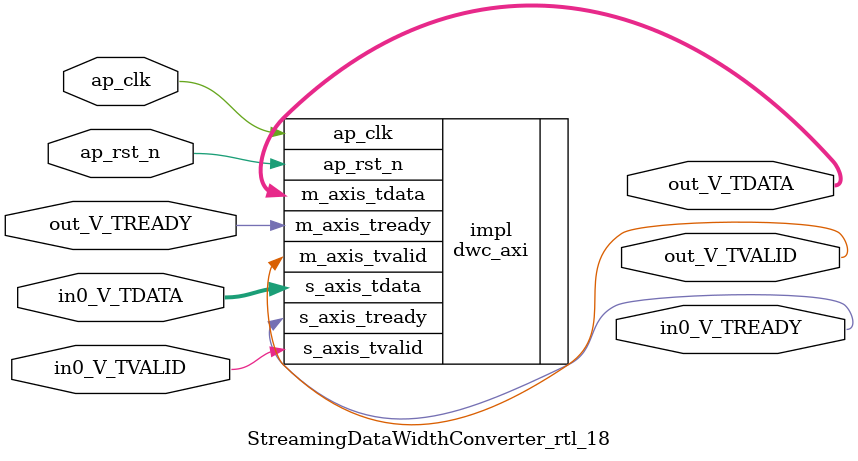
<source format=v>
/******************************************************************************
 * Copyright (C) 2023, Advanced Micro Devices, Inc.
 * All rights reserved.
 *
 * Redistribution and use in source and binary forms, with or without
 * modification, are permitted provided that the following conditions are met:
 *
 *  1. Redistributions of source code must retain the above copyright notice,
 *     this list of conditions and the following disclaimer.
 *
 *  2. Redistributions in binary form must reproduce the above copyright
 *     notice, this list of conditions and the following disclaimer in the
 *     documentation and/or other materials provided with the distribution.
 *
 *  3. Neither the name of the copyright holder nor the names of its
 *     contributors may be used to endorse or promote products derived from
 *     this software without specific prior written permission.
 *
 * THIS SOFTWARE IS PROVIDED BY THE COPYRIGHT HOLDERS AND CONTRIBUTORS "AS IS"
 * AND ANY EXPRESS OR IMPLIED WARRANTIES, INCLUDING, BUT NOT LIMITED TO,
 * THE IMPLIED WARRANTIES OF MERCHANTABILITY AND FITNESS FOR A PARTICULAR
 * PURPOSE ARE DISCLAIMED. IN NO EVENT SHALL THE COPYRIGHT HOLDER OR
 * CONTRIBUTORS BE LIABLE FOR ANY DIRECT, INDIRECT, INCIDENTAL, SPECIAL,
 * EXEMPLARY, OR CONSEQUENTIAL DAMAGES (INCLUDING, BUT NOT LIMITED TO,
 * PROCUREMENT OF SUBSTITUTE GOODS OR SERVICES; LOSS OF USE, DATA, OR PROFITS;
 * OR BUSINESS INTERRUPTION). HOWEVER CAUSED AND ON ANY THEORY OF LIABILITY,
 * WHETHER IN CONTRACT, STRICT LIABILITY, OR TORT (INCLUDING NEGLIGENCE OR
 * OTHERWISE) ARISING IN ANY WAY OUT OF THE USE OF THIS SOFTWARE, EVEN IF
 * ADVISED OF THE POSSIBILITY OF SUCH DAMAGE.
 *****************************************************************************/

module StreamingDataWidthConverter_rtl_18 #(
	parameter  IBITS = 8,
	parameter  OBITS = 512,

	parameter  AXI_IBITS = (IBITS+7)/8 * 8,
	parameter  AXI_OBITS = (OBITS+7)/8 * 8
)(
	//- Global Control ------------------
	(* X_INTERFACE_INFO = "xilinx.com:signal:clock:1.0 ap_clk CLK" *)
	(* X_INTERFACE_PARAMETER = "ASSOCIATED_BUSIF in0_V:out_V, ASSOCIATED_RESET ap_rst_n" *)
	input	ap_clk,
	(* X_INTERFACE_PARAMETER = "POLARITY ACTIVE_LOW" *)
	input	ap_rst_n,

	//- AXI Stream - Input --------------
	output	in0_V_TREADY,
	input	in0_V_TVALID,
	input	[AXI_IBITS-1:0]  in0_V_TDATA,

	//- AXI Stream - Output -------------
	input	out_V_TREADY,
	output	out_V_TVALID,
	output	[AXI_OBITS-1:0]  out_V_TDATA
);

	dwc_axi #(
		.IBITS(IBITS),
		.OBITS(OBITS)
	) impl (
		.ap_clk(ap_clk),
		.ap_rst_n(ap_rst_n),
		.s_axis_tready(in0_V_TREADY),
		.s_axis_tvalid(in0_V_TVALID),
		.s_axis_tdata(in0_V_TDATA),
		.m_axis_tready(out_V_TREADY),
		.m_axis_tvalid(out_V_TVALID),
		.m_axis_tdata(out_V_TDATA)
	);

endmodule

</source>
